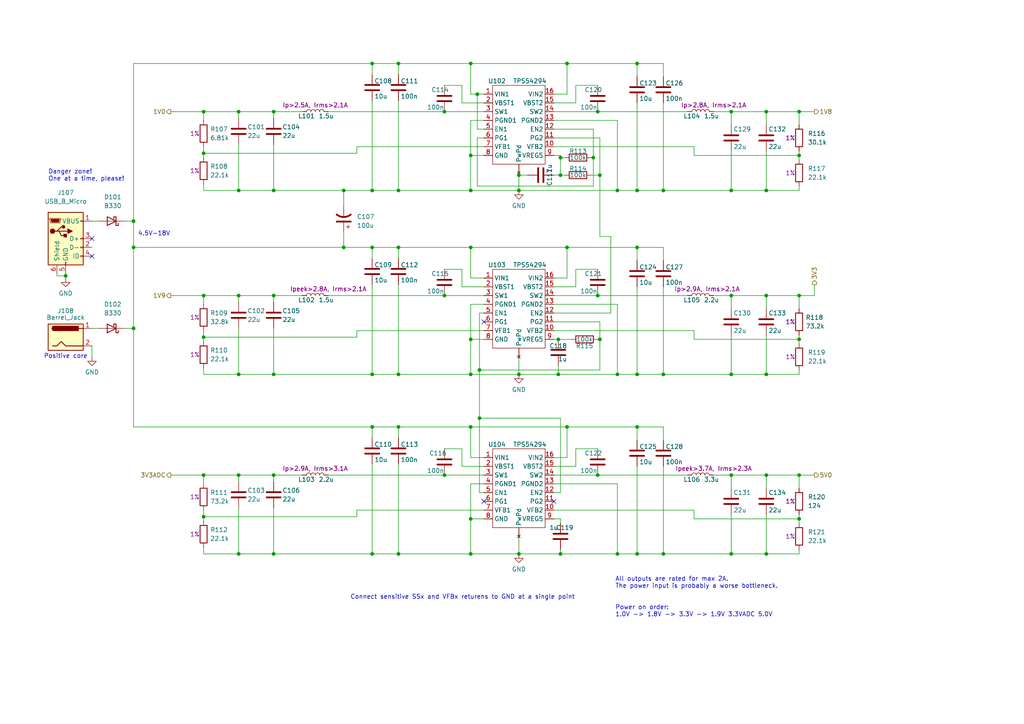
<source format=kicad_sch>
(kicad_sch (version 20211123) (generator eeschema)
  (paper "A4")
  (title_block (title "Power supply"))
  (lib_symbols
    (symbol "Connector:Barrel_Jack" (pin_names (offset 1.016))
      (property "Reference" "J" (at 0 5.334 0))
      (property "Value" "Barrel_Jack" (at 0 -5.08 0))
      (symbol "Barrel_Jack_0_1"
        (rectangle (start -5.08 3.81) (end 5.08 -3.81) (stroke (width 0.254)) (fill (type background)))
        (arc (start -3.302 3.175) (mid -3.937 2.54) (end -3.302 1.905) (stroke (width 0.254)))
        (arc (start -3.302 3.175) (mid -3.937 2.54) (end -3.302 1.905) (stroke (width 0.254)) (fill (type outline)))
        (polyline (pts (xy 5.08 2.54) (xy 3.81 2.54)) (stroke (width 0.254)))
        (polyline (pts (xy -3.81 -2.54) (xy -2.54 -2.54) (xy -1.27 -1.27) (xy 0 -2.54) (xy 2.54 -2.54) (xy 5.08 -2.54)) (stroke (width 0.254)))
        (rectangle (start 3.683 3.175) (end -3.302 1.905) (stroke (width 0.254)) (fill (type outline)))
      )
      (symbol "Barrel_Jack_1_1"
        (pin passive line (at 7.62 2.54 180) (length 2.54) (name "~") (number "1"))
        (pin passive line (at 7.62 -2.54 180) (length 2.54) (name "~") (number "2"))
      )
    )
    (symbol "Connector:USB_B_Micro" (pin_names (offset 1.016))
      (property "Reference" "J" (at -5.08 11.43 0))
      (property "Value" "USB_B_Micro" (at -5.08 8.89 0))
      (symbol "USB_B_Micro_0_1"
        (rectangle (start -5.08 -7.62) (end 5.08 7.62) (stroke (width 0.254)) (fill (type background)))
        (circle (center -3.81 2.159) (radius 0.635) (stroke (width 0.254)) (fill (type outline)))
        (circle (center -0.635 3.429) (radius 0.381) (stroke (width 0.254)) (fill (type outline)))
        (rectangle (start -0.127 -7.62) (end 0.127 -6.858))
        (polyline (pts (xy -1.905 2.159) (xy 0.635 2.159)) (stroke (width 0.254)))
        (polyline (pts (xy -3.175 2.159) (xy -2.54 2.159) (xy -1.27 3.429) (xy -0.635 3.429)) (stroke (width 0.254)))
        (polyline (pts (xy -2.54 2.159) (xy -1.905 2.159) (xy -1.27 0.889) (xy 0 0.889)) (stroke (width 0.254)))
        (polyline (pts (xy 0.635 2.794) (xy 0.635 1.524) (xy 1.905 2.159) (xy 0.635 2.794)) (stroke (width 0.254)) (fill (type outline)))
        (polyline (pts (xy -4.318 5.588) (xy -1.778 5.588) (xy -2.032 4.826) (xy -4.064 4.826) (xy -4.318 5.588)) (fill (type outline)))
        (polyline (pts (xy -4.699 5.842) (xy -4.699 5.588) (xy -4.445 4.826) (xy -4.445 4.572) (xy -1.651 4.572) (xy -1.651 4.826) (xy -1.397 5.588) (xy -1.397 5.842) (xy -4.699 5.842)))
        (rectangle (start 0.254 1.27) (end -0.508 0.508) (stroke (width 0.254)) (fill (type outline)))
        (rectangle (start 5.08 -5.207) (end 4.318 -4.953))
        (rectangle (start 5.08 -2.667) (end 4.318 -2.413))
        (rectangle (start 5.08 -0.127) (end 4.318 0.127))
        (rectangle (start 5.08 4.953) (end 4.318 5.207))
      )
      (symbol "USB_B_Micro_1_1"
        (pin power_out line (at 7.62 5.08 180) (length 2.54) (name "VBUS") (number "1"))
        (pin bidirectional line (at 7.62 -2.54 180) (length 2.54) (name "D-") (number "2"))
        (pin bidirectional line (at 7.62 0 180) (length 2.54) (name "D+") (number "3"))
        (pin passive line (at 7.62 -5.08 180) (length 2.54) (name "ID") (number "4"))
        (pin power_out line (at 0 -10.16 90) (length 2.54) (name "GND") (number "5"))
        (pin passive line (at -2.54 -10.16 90) (length 2.54) (name "Shield") (number "6"))
      )
    )
    (symbol "Device:C" (pin_numbers hide) (pin_names (offset 0.254))
      (property "Reference" "C" (at 0.635 2.54 0))
      (property "Value" "C" (at 0.635 -2.54 0))
      (symbol "C_0_1"
        (polyline (pts (xy -2.032 -0.762) (xy 2.032 -0.762)) (stroke (width 0.508)))
        (polyline (pts (xy -2.032 0.762) (xy 2.032 0.762)) (stroke (width 0.508)))
      )
      (symbol "C_1_1"
        (pin passive line (at 0 3.81 270) (length 2.794) (name "~") (number "1"))
        (pin passive line (at 0 -3.81 90) (length 2.794) (name "~") (number "2"))
      )
    )
    (symbol "Device:C_Polarized_US" (pin_numbers hide) (pin_names (offset 0.254) hide)
      (property "Reference" "C" (at 0.635 2.54 0))
      (property "Value" "C_Polarized_US" (at 0.635 -2.54 0))
      (symbol "C_Polarized_US_0_1"
        (polyline (pts (xy -2.032 0.762) (xy 2.032 0.762)) (stroke (width 0.508)))
        (polyline (pts (xy -1.778 2.286) (xy -0.762 2.286)))
        (polyline (pts (xy -1.27 1.778) (xy -1.27 2.794)))
        (arc (start 2.032 -1.27) (mid 0 -0.5572) (end -2.032 -1.27) (stroke (width 0.508)))
      )
      (symbol "C_Polarized_US_1_1"
        (pin passive line (at 0 3.81 270) (length 2.794) (name "~") (number "1"))
        (pin passive line (at 0 -3.81 90) (length 3.302) (name "~") (number "2"))
      )
    )
    (symbol "Device:L" (pin_numbers hide) (pin_names (offset 1.016) hide)
      (property "Reference" "L" (at -1.27 0 90))
      (property "Value" "L" (at 1.905 0 90))
      (symbol "L_0_1"
        (arc (start 0 -2.54) (mid 0.635 -1.905) (end 0 -1.27))
        (arc (start 0 -1.27) (mid 0.635 -0.635) (end 0 0))
        (arc (start 0 0) (mid 0.635 0.635) (end 0 1.27))
        (arc (start 0 1.27) (mid 0.635 1.905) (end 0 2.54))
      )
      (symbol "L_1_1"
        (pin passive line (at 0 3.81 270) (length 1.27) (name "1") (number "1"))
        (pin passive line (at 0 -3.81 90) (length 1.27) (name "2") (number "2"))
      )
    )
    (symbol "Device:R" (pin_numbers hide) (pin_names (offset 0))
      (property "Reference" "R" (at 2.032 0 90))
      (property "Value" "R" (at 0 0 90))
      (symbol "R_0_1"
        (rectangle (start -1.016 -2.54) (end 1.016 2.54) (stroke (width 0.254)))
      )
      (symbol "R_1_1"
        (pin passive line (at 0 3.81 270) (length 1.27) (name "~") (number "1"))
        (pin passive line (at 0 -3.81 90) (length 1.27) (name "~") (number "2"))
      )
    )
    (symbol "Diode:B330" (pin_numbers hide) (pin_names (offset 1.016) hide)
      (property "Reference" "D" (at 0 2.54 0))
      (property "Value" "B330" (at 0 -2.54 0))
      (symbol "B330_0_1"
        (polyline (pts (xy 1.27 0) (xy -1.27 0)))
        (polyline (pts (xy 1.27 1.27) (xy 1.27 -1.27) (xy -1.27 0) (xy 1.27 1.27)) (stroke (width 0.254)))
        (polyline (pts (xy -1.905 0.635) (xy -1.905 1.27) (xy -1.27 1.27) (xy -1.27 -1.27) (xy -0.635 -1.27) (xy -0.635 -0.635)) (stroke (width 0.254)))
      )
      (symbol "B330_1_1"
        (pin passive line (at -3.81 0 0) (length 2.54) (name "K") (number "1"))
        (pin passive line (at 3.81 0 180) (length 2.54) (name "A") (number "2"))
      )
    )
    (symbol "mcu_centrifuge_library:TPS54294"
      (property "Reference" "U2" (at -6.35 12.7 0))
      (property "Value" "TPS54294" (at 3.175 12.7 0))
      (symbol "TPS54294_0_1"
        (rectangle (start -7.62 11.43) (end 7.62 -11.43))
      )
      (symbol "TPS54294_1_1"
        (pin no_connect line (at 0 -13.97 90) (length 2.54) (name "PwPd") (number ""))
        (pin power_in line (at -10.16 8.89 0) (length 2.54) (name "VIN1") (number "1"))
        (pin input line (at 10.16 -6.35 180) (length 2.54) (name "VFB2") (number "10"))
        (pin output line (at 10.16 -3.81 180) (length 2.54) (name "PG2") (number "11"))
        (pin input line (at 10.16 -1.27 180) (length 2.54) (name "EN2") (number "12"))
        (pin power_in line (at 10.16 1.27 180) (length 2.54) (name "PGND2") (number "13"))
        (pin power_out line (at 10.16 3.81 180) (length 2.54) (name "SW2") (number "14"))
        (pin input line (at 10.16 6.35 180) (length 2.54) (name "VBST2") (number "15"))
        (pin power_in line (at 10.16 8.89 180) (length 2.54) (name "VIN2") (number "16"))
        (pin input line (at -10.16 6.35 0) (length 2.54) (name "VBST1") (number "2"))
        (pin power_out line (at -10.16 3.81 0) (length 2.54) (name "SW1") (number "3"))
        (pin power_in line (at -10.16 1.27 0) (length 2.54) (name "PGND1") (number "4"))
        (pin input line (at -10.16 -1.27 0) (length 2.54) (name "EN1") (number "5"))
        (pin output line (at -10.16 -3.81 0) (length 2.54) (name "PG1") (number "6"))
        (pin input line (at -10.16 -6.35 0) (length 2.54) (name "VFB1") (number "7"))
        (pin power_in line (at -10.16 -8.89 0) (length 2.54) (name "GND") (number "8"))
        (pin power_out line (at 10.16 -8.89 180) (length 2.54) (name "VREG5") (number "9"))
      )
    )
    (symbol "power:GND" (power) (pin_names (offset 0))
      (property "Value" "GND" (at 0 -3.81 0))
      (symbol "GND_0_1"
        (polyline (pts (xy 0 0) (xy 0 -1.27) (xy 1.27 -1.27) (xy 0 -2.54) (xy -1.27 -1.27) (xy 0 -1.27)))
      )
      (symbol "GND_1_1"
        (pin power_in line (at 0 0 270) (length 0) hide (name "GND") (number "1"))
      )
    )
  )
  (junction (at 115.57 160.655))
  (junction (at 222.25 55.245))
  (junction (at 115.57 71.755))
  (junction (at 107.95 18.415))
  (junction (at 99.695 71.755))
  (junction (at 231.775 32.385))
  (junction (at 212.09 137.795))
  (junction (at 115.57 123.825))
  (junction (at 179.07 108.585))
  (junction (at 192.405 160.655))
  (junction (at 59.055 97.79))
  (junction (at 79.375 108.585))
  (junction (at 69.215 108.585))
  (junction (at 136.525 150.495))
  (junction (at 212.09 108.585))
  (junction (at 173.355 32.385))
  (junction (at 192.405 108.585))
  (junction (at 79.375 85.725))
  (junction (at 115.57 18.415))
  (junction (at 161.925 98.425))
  (junction (at 231.775 150.495))
  (junction (at 59.055 137.795))
  (junction (at 107.95 55.245))
  (junction (at 231.775 85.725))
  (junction (at 138.43 27.305))
  (junction (at 162.56 50.8))
  (junction (at 222.25 85.725))
  (junction (at 136.525 45.085))
  (junction (at 231.775 98.425))
  (junction (at 150.495 50.8))
  (junction (at 162.56 160.655))
  (junction (at 107.95 123.825))
  (junction (at 136.525 160.655))
  (junction (at 59.055 44.45))
  (junction (at 107.95 71.755))
  (junction (at 99.695 55.245))
  (junction (at 79.375 160.655))
  (junction (at 222.25 137.795))
  (junction (at 38.735 64.135))
  (junction (at 179.07 160.655))
  (junction (at 79.375 32.385))
  (junction (at 59.055 85.725))
  (junction (at 184.785 71.755))
  (junction (at 161.925 108.585))
  (junction (at 136.525 55.245))
  (junction (at 184.785 55.245))
  (junction (at 128.905 85.725))
  (junction (at 59.055 32.385))
  (junction (at 222.25 108.585))
  (junction (at 115.57 108.585))
  (junction (at 150.495 55.245))
  (junction (at 184.785 123.825))
  (junction (at 107.95 108.585))
  (junction (at 59.055 149.86))
  (junction (at 212.09 160.655))
  (junction (at 162.56 45.72))
  (junction (at 173.99 98.425))
  (junction (at 139.065 121.285))
  (junction (at 38.735 95.25))
  (junction (at 184.785 18.415))
  (junction (at 79.375 55.245))
  (junction (at 19.05 80.01))
  (junction (at 38.735 71.755))
  (junction (at 150.495 108.585))
  (junction (at 115.57 55.245))
  (junction (at 231.775 137.795))
  (junction (at 69.215 85.725))
  (junction (at 128.905 32.385))
  (junction (at 136.525 108.585))
  (junction (at 69.215 55.245))
  (junction (at 136.525 18.415))
  (junction (at 69.215 160.655))
  (junction (at 136.525 123.825))
  (junction (at 164.465 71.755))
  (junction (at 136.525 98.425))
  (junction (at 173.355 137.795))
  (junction (at 79.375 137.795))
  (junction (at 212.09 55.245))
  (junction (at 69.215 137.795))
  (junction (at 69.215 32.385))
  (junction (at 192.405 55.245))
  (junction (at 222.25 32.385))
  (junction (at 184.785 108.585))
  (junction (at 222.25 160.655))
  (junction (at 212.09 85.725))
  (junction (at 184.785 160.655))
  (junction (at 150.495 160.655))
  (junction (at 179.07 55.245))
  (junction (at 136.525 71.755))
  (junction (at 173.99 50.8))
  (junction (at 139.065 107.315))
  (junction (at 172.085 45.72))
  (junction (at 212.09 32.385))
  (junction (at 164.465 18.415))
  (junction (at 128.905 137.795))
  (junction (at 164.465 123.825))
  (junction (at 107.95 160.655))
  (junction (at 231.775 45.085))
  (junction (at 173.355 85.725))
  (no_connect (at 26.67 74.295))
  (no_connect (at 26.67 69.215))
  (no_connect (at 140.335 93.345))
  (no_connect (at 140.335 145.415))
  (no_connect (at 160.655 145.415))
  (wire (pts (xy 59.055 160.655) (xy 69.215 160.655)))
  (wire (pts (xy 231.775 85.725) (xy 236.22 85.725)))
  (wire (pts (xy 38.735 95.25) (xy 38.735 123.825)))
  (wire (pts (xy 231.775 32.385) (xy 236.22 32.385)))
  (wire (pts (xy 79.375 55.245) (xy 99.695 55.245)))
  (wire (pts (xy 222.25 137.795) (xy 222.25 141.605)))
  (wire (pts (xy 173.99 40.005) (xy 173.99 50.8)))
  (wire (pts (xy 231.775 85.725) (xy 231.775 89.535)))
  (wire (pts (xy 192.405 108.585) (xy 184.785 108.585)))
  (wire (pts (xy 69.215 87.63) (xy 69.215 85.725)))
  (wire (pts (xy 160.655 27.305) (xy 164.465 27.305)))
  (wire (pts (xy 49.53 85.725) (xy 59.055 85.725)))
  (wire (pts (xy 107.95 160.655) (xy 115.57 160.655)))
  (wire (pts (xy 140.335 98.425) (xy 136.525 98.425)))
  (wire (pts (xy 201.295 98.425) (xy 231.775 98.425)))
  (wire (pts (xy 103.505 95.885) (xy 140.335 95.885)))
  (wire (pts (xy 173.355 137.795) (xy 199.39 137.795)))
  (wire (pts (xy 38.735 64.135) (xy 38.735 71.755)))
  (wire (pts (xy 212.09 108.585) (xy 192.405 108.585)))
  (wire (pts (xy 184.785 160.655) (xy 179.07 160.655)))
  (wire (pts (xy 107.95 71.755) (xy 115.57 71.755)))
  (wire (pts (xy 162.56 45.72) (xy 162.56 50.8)))
  (wire (pts (xy 69.215 108.585) (xy 79.375 108.585)))
  (wire (pts (xy 59.055 137.795) (xy 69.215 137.795)))
  (wire (pts (xy 115.57 82.55) (xy 115.57 108.585)))
  (wire (pts (xy 201.295 95.885) (xy 201.295 98.425)))
  (wire (pts (xy 192.405 55.245) (xy 184.785 55.245)))
  (wire (pts (xy 79.375 85.725) (xy 87.63 85.725)))
  (wire (pts (xy 236.22 82.55) (xy 236.22 85.725)))
  (wire (pts (xy 115.57 71.755) (xy 115.57 74.93)))
  (wire (pts (xy 136.525 150.495) (xy 136.525 160.655)))
  (wire (pts (xy 150.495 55.245) (xy 179.07 55.245)))
  (wire (pts (xy 95.25 137.795) (xy 128.905 137.795)))
  (wire (pts (xy 150.495 50.8) (xy 153.035 50.8)))
  (wire (pts (xy 79.375 34.29) (xy 79.375 32.385)))
  (wire (pts (xy 212.09 85.725) (xy 222.25 85.725)))
  (wire (pts (xy 184.785 71.755) (xy 192.405 71.755)))
  (wire (pts (xy 222.25 108.585) (xy 231.775 108.585)))
  (wire (pts (xy 107.95 108.585) (xy 115.57 108.585)))
  (wire (pts (xy 184.785 18.415) (xy 184.785 22.225)))
  (wire (pts (xy 59.055 53.34) (xy 59.055 55.245)))
  (wire (pts (xy 59.055 147.955) (xy 59.055 149.86)))
  (wire (pts (xy 79.375 55.245) (xy 79.375 41.91)))
  (wire (pts (xy 138.43 37.465) (xy 138.43 27.305)))
  (wire (pts (xy 160.655 34.925) (xy 179.07 34.925)))
  (wire (pts (xy 173.99 50.8) (xy 173.99 68.58)))
  (wire (pts (xy 184.785 108.585) (xy 179.07 108.585)))
  (wire (pts (xy 160.655 29.845) (xy 167.005 29.845)))
  (wire (pts (xy 167.005 29.845) (xy 167.005 24.765)))
  (wire (pts (xy 160.655 45.085) (xy 162.56 45.085)))
  (wire (pts (xy 222.25 160.655) (xy 231.775 160.655)))
  (wire (pts (xy 212.09 137.795) (xy 222.25 137.795)))
  (wire (pts (xy 164.465 71.755) (xy 184.785 71.755)))
  (wire (pts (xy 38.735 71.755) (xy 99.695 71.755)))
  (wire (pts (xy 212.09 32.385) (xy 212.09 36.195)))
  (wire (pts (xy 128.905 85.725) (xy 140.335 85.725)))
  (wire (pts (xy 231.775 45.085) (xy 231.775 46.355)))
  (wire (pts (xy 231.775 150.495) (xy 231.775 151.765)))
  (wire (pts (xy 136.525 71.755) (xy 164.465 71.755)))
  (wire (pts (xy 115.57 18.415) (xy 115.57 21.59)))
  (wire (pts (xy 69.215 160.655) (xy 79.375 160.655)))
  (wire (pts (xy 160.655 93.345) (xy 173.99 93.345)))
  (wire (pts (xy 69.215 137.795) (xy 79.375 137.795)))
  (wire (pts (xy 231.775 36.195) (xy 231.775 32.385)))
  (wire (pts (xy 140.335 88.265) (xy 136.525 88.265)))
  (wire (pts (xy 136.525 88.265) (xy 136.525 98.425)))
  (wire (pts (xy 179.07 88.265) (xy 179.07 108.585)))
  (wire (pts (xy 136.525 98.425) (xy 136.525 108.585)))
  (wire (pts (xy 136.525 123.825) (xy 164.465 123.825)))
  (wire (pts (xy 222.25 43.815) (xy 222.25 55.245)))
  (wire (pts (xy 139.065 107.315) (xy 139.065 121.285)))
  (wire (pts (xy 172.085 37.465) (xy 172.085 45.72)))
  (wire (pts (xy 150.495 108.585) (xy 161.925 108.585)))
  (wire (pts (xy 136.525 140.335) (xy 136.525 150.495)))
  (wire (pts (xy 138.43 53.975) (xy 172.085 53.975)))
  (wire (pts (xy 201.295 147.955) (xy 201.295 150.495)))
  (wire (pts (xy 160.655 150.495) (xy 162.56 150.495)))
  (wire (pts (xy 19.05 79.375) (xy 19.05 80.01)))
  (wire (pts (xy 160.655 137.795) (xy 173.355 137.795)))
  (wire (pts (xy 69.215 55.245) (xy 79.375 55.245)))
  (wire (pts (xy 79.375 32.385) (xy 87.63 32.385)))
  (wire (pts (xy 79.375 137.795) (xy 87.63 137.795)))
  (wire (pts (xy 160.655 98.425) (xy 161.925 98.425)))
  (wire (pts (xy 231.775 137.795) (xy 236.22 137.795)))
  (wire (pts (xy 16.51 79.375) (xy 16.51 80.01)))
  (wire (pts (xy 160.655 95.885) (xy 201.295 95.885)))
  (wire (pts (xy 160.655 32.385) (xy 173.355 32.385)))
  (wire (pts (xy 150.495 50.165) (xy 150.495 50.8)))
  (wire (pts (xy 167.005 83.185) (xy 167.005 78.105)))
  (wire (pts (xy 107.95 29.21) (xy 107.95 55.245)))
  (wire (pts (xy 59.055 106.68) (xy 59.055 108.585)))
  (wire (pts (xy 136.525 108.585) (xy 150.495 108.585)))
  (wire (pts (xy 136.525 55.245) (xy 150.495 55.245)))
  (wire (pts (xy 103.505 97.79) (xy 59.055 97.79)))
  (wire (pts (xy 103.505 149.86) (xy 59.055 149.86)))
  (wire (pts (xy 26.67 95.25) (xy 28.575 95.25)))
  (wire (pts (xy 69.215 34.29) (xy 69.215 32.385)))
  (wire (pts (xy 164.465 27.305) (xy 164.465 18.415)))
  (wire (pts (xy 136.525 27.305) (xy 136.525 18.415)))
  (wire (pts (xy 231.775 98.425) (xy 231.775 99.695)))
  (wire (pts (xy 160.655 132.715) (xy 164.465 132.715)))
  (wire (pts (xy 164.465 132.715) (xy 164.465 123.825)))
  (wire (pts (xy 103.505 147.955) (xy 140.335 147.955)))
  (wire (pts (xy 160.655 88.265) (xy 179.07 88.265)))
  (wire (pts (xy 173.99 98.425) (xy 173.355 98.425)))
  (wire (pts (xy 184.785 123.825) (xy 192.405 123.825)))
  (wire (pts (xy 173.99 93.345) (xy 173.99 98.425)))
  (wire (pts (xy 107.95 55.245) (xy 115.57 55.245)))
  (wire (pts (xy 162.56 50.8) (xy 163.83 50.8)))
  (wire (pts (xy 59.055 158.75) (xy 59.055 160.655)))
  (wire (pts (xy 160.655 83.185) (xy 167.005 83.185)))
  (wire (pts (xy 133.985 83.185) (xy 133.985 78.105)))
  (wire (pts (xy 136.525 132.715) (xy 136.525 123.825)))
  (wire (pts (xy 162.56 159.385) (xy 162.56 160.655)))
  (wire (pts (xy 79.375 108.585) (xy 107.95 108.585)))
  (wire (pts (xy 160.655 42.545) (xy 201.295 42.545)))
  (wire (pts (xy 133.985 29.845) (xy 133.985 24.765)))
  (wire (pts (xy 231.775 159.385) (xy 231.775 160.655)))
  (wire (pts (xy 59.055 95.885) (xy 59.055 97.79)))
  (wire (pts (xy 69.215 147.32) (xy 69.215 160.655)))
  (wire (pts (xy 162.56 121.285) (xy 139.065 121.285)))
  (wire (pts (xy 69.215 85.725) (xy 79.375 85.725)))
  (wire (pts (xy 133.985 130.175) (xy 128.905 130.175)))
  (wire (pts (xy 160.655 147.955) (xy 201.295 147.955)))
  (wire (pts (xy 173.355 85.725) (xy 199.39 85.725)))
  (wire (pts (xy 38.735 123.825) (xy 107.95 123.825)))
  (wire (pts (xy 107.95 82.55) (xy 107.95 108.585)))
  (wire (pts (xy 179.07 140.335) (xy 179.07 160.655)))
  (wire (pts (xy 138.43 27.305) (xy 136.525 27.305)))
  (wire (pts (xy 172.085 45.72) (xy 171.45 45.72)))
  (wire (pts (xy 167.005 78.105) (xy 173.355 78.105)))
  (wire (pts (xy 161.925 106.045) (xy 161.925 108.585)))
  (wire (pts (xy 171.45 50.8) (xy 173.99 50.8)))
  (wire (pts (xy 136.525 45.085) (xy 136.525 55.245)))
  (wire (pts (xy 26.67 64.135) (xy 28.575 64.135)))
  (wire (pts (xy 184.785 29.845) (xy 184.785 55.245)))
  (wire (pts (xy 136.525 18.415) (xy 164.465 18.415)))
  (wire (pts (xy 201.295 150.495) (xy 231.775 150.495)))
  (wire (pts (xy 184.785 83.185) (xy 184.785 108.585)))
  (wire (pts (xy 222.25 85.725) (xy 231.775 85.725)))
  (wire (pts (xy 167.005 135.255) (xy 167.005 130.175)))
  (wire (pts (xy 212.09 160.655) (xy 192.405 160.655)))
  (wire (pts (xy 212.09 149.225) (xy 212.09 160.655)))
  (wire (pts (xy 103.505 42.545) (xy 140.335 42.545)))
  (wire (pts (xy 38.735 18.415) (xy 107.95 18.415)))
  (wire (pts (xy 160.655 80.645) (xy 164.465 80.645)))
  (wire (pts (xy 231.775 43.815) (xy 231.775 45.085)))
  (wire (pts (xy 59.055 34.925) (xy 59.055 32.385)))
  (wire (pts (xy 95.25 32.385) (xy 128.905 32.385)))
  (wire (pts (xy 140.335 34.925) (xy 136.525 34.925)))
  (wire (pts (xy 231.775 53.975) (xy 231.775 55.245)))
  (wire (pts (xy 59.055 32.385) (xy 69.215 32.385)))
  (wire (pts (xy 59.055 55.245) (xy 69.215 55.245)))
  (wire (pts (xy 136.525 80.645) (xy 140.335 80.645)))
  (wire (pts (xy 212.09 32.385) (xy 222.25 32.385)))
  (wire (pts (xy 140.335 27.305) (xy 138.43 27.305)))
  (wire (pts (xy 161.925 98.425) (xy 165.735 98.425)))
  (wire (pts (xy 162.56 45.72) (xy 162.56 45.085)))
  (wire (pts (xy 79.375 108.585) (xy 79.375 95.25)))
  (wire (pts (xy 139.065 107.315) (xy 173.99 107.315)))
  (wire (pts (xy 162.56 160.655) (xy 179.07 160.655)))
  (wire (pts (xy 79.375 160.655) (xy 107.95 160.655)))
  (wire (pts (xy 107.95 18.415) (xy 115.57 18.415)))
  (wire (pts (xy 136.525 160.655) (xy 150.495 160.655)))
  (wire (pts (xy 162.56 45.72) (xy 163.83 45.72)))
  (wire (pts (xy 139.065 121.285) (xy 139.065 142.875)))
  (wire (pts (xy 201.295 42.545) (xy 201.295 45.085)))
  (wire (pts (xy 167.005 24.765) (xy 173.355 24.765)))
  (wire (pts (xy 26.67 100.33) (xy 26.67 103.505)))
  (wire (pts (xy 99.695 55.245) (xy 107.95 55.245)))
  (wire (pts (xy 192.405 160.655) (xy 184.785 160.655)))
  (wire (pts (xy 222.25 85.725) (xy 222.25 89.535)))
  (wire (pts (xy 172.085 37.465) (xy 160.655 37.465)))
  (wire (pts (xy 207.01 32.385) (xy 212.09 32.385)))
  (wire (pts (xy 173.355 32.385) (xy 199.39 32.385)))
  (wire (pts (xy 212.09 97.155) (xy 212.09 108.585)))
  (wire (pts (xy 231.775 97.155) (xy 231.775 98.425)))
  (wire (pts (xy 172.085 45.72) (xy 172.085 53.975)))
  (wire (pts (xy 36.195 64.135) (xy 38.735 64.135)))
  (wire (pts (xy 222.25 55.245) (xy 231.775 55.245)))
  (wire (pts (xy 160.655 140.335) (xy 179.07 140.335)))
  (wire (pts (xy 184.785 123.825) (xy 184.785 127.635)))
  (wire (pts (xy 139.065 142.875) (xy 140.335 142.875)))
  (wire (pts (xy 59.055 85.725) (xy 69.215 85.725)))
  (wire (pts (xy 139.065 90.805) (xy 139.065 107.315)))
  (wire (pts (xy 59.055 88.265) (xy 59.055 85.725)))
  (wire (pts (xy 139.065 90.805) (xy 140.335 90.805)))
  (wire (pts (xy 128.905 32.385) (xy 140.335 32.385)))
  (wire (pts (xy 59.055 44.45) (xy 59.055 45.72)))
  (wire (pts (xy 115.57 123.825) (xy 115.57 127)))
  (wire (pts (xy 140.335 150.495) (xy 136.525 150.495)))
  (wire (pts (xy 192.405 123.825) (xy 192.405 127.635)))
  (wire (pts (xy 160.655 40.005) (xy 173.99 40.005)))
  (wire (pts (xy 140.335 45.085) (xy 136.525 45.085)))
  (wire (pts (xy 69.215 139.7) (xy 69.215 137.795)))
  (wire (pts (xy 140.335 83.185) (xy 133.985 83.185)))
  (wire (pts (xy 222.25 108.585) (xy 212.09 108.585)))
  (wire (pts (xy 103.505 95.885) (xy 103.505 97.79)))
  (wire (pts (xy 107.95 71.755) (xy 107.95 74.93)))
  (wire (pts (xy 201.295 45.085) (xy 231.775 45.085)))
  (wire (pts (xy 212.09 43.815) (xy 212.09 55.245)))
  (wire (pts (xy 161.925 108.585) (xy 179.07 108.585)))
  (wire (pts (xy 150.495 160.655) (xy 162.56 160.655)))
  (wire (pts (xy 140.335 37.465) (xy 138.43 37.465)))
  (wire (pts (xy 150.495 103.505) (xy 150.495 108.585)))
  (wire (pts (xy 128.905 137.795) (xy 140.335 137.795)))
  (wire (pts (xy 164.465 80.645) (xy 164.465 71.755)))
  (wire (pts (xy 212.09 55.245) (xy 192.405 55.245)))
  (wire (pts (xy 69.215 32.385) (xy 79.375 32.385)))
  (wire (pts (xy 140.335 29.845) (xy 133.985 29.845)))
  (wire (pts (xy 103.505 44.45) (xy 59.055 44.45)))
  (wire (pts (xy 16.51 80.01) (xy 19.05 80.01)))
  (wire (pts (xy 140.335 40.005) (xy 138.43 40.005)))
  (wire (pts (xy 222.25 137.795) (xy 231.775 137.795)))
  (wire (pts (xy 133.985 78.105) (xy 128.905 78.105)))
  (wire (pts (xy 222.25 149.225) (xy 222.25 160.655)))
  (wire (pts (xy 69.215 95.25) (xy 69.215 108.585)))
  (wire (pts (xy 95.25 85.725) (xy 128.905 85.725)))
  (wire (pts (xy 177.165 90.805) (xy 160.655 90.805)))
  (wire (pts (xy 115.57 29.21) (xy 115.57 55.245)))
  (wire (pts (xy 38.735 71.755) (xy 38.735 95.25)))
  (wire (pts (xy 140.335 135.255) (xy 133.985 135.255)))
  (wire (pts (xy 177.165 68.58) (xy 177.165 90.805)))
  (wire (pts (xy 99.695 55.245) (xy 99.695 59.69)))
  (wire (pts (xy 107.95 123.825) (xy 107.95 127)))
  (wire (pts (xy 79.375 87.63) (xy 79.375 85.725)))
  (wire (pts (xy 99.695 71.755) (xy 107.95 71.755)))
  (wire (pts (xy 184.785 18.415) (xy 192.405 18.415)))
  (wire (pts (xy 231.775 107.315) (xy 231.775 108.585)))
  (wire (pts (xy 222.25 97.155) (xy 222.25 108.585)))
  (wire (pts (xy 115.57 123.825) (xy 136.525 123.825)))
  (wire (pts (xy 59.055 140.335) (xy 59.055 137.795)))
  (wire (pts (xy 207.01 137.795) (xy 212.09 137.795)))
  (wire (pts (xy 69.215 41.91) (xy 69.215 55.245)))
  (wire (pts (xy 138.43 40.005) (xy 138.43 53.975)))
  (wire (pts (xy 162.56 150.495) (xy 162.56 151.765)))
  (wire (pts (xy 99.695 67.31) (xy 99.695 71.755)))
  (wire (pts (xy 79.375 160.655) (xy 79.375 147.32)))
  (wire (pts (xy 59.055 42.545) (xy 59.055 44.45)))
  (wire (pts (xy 192.405 135.255) (xy 192.405 160.655)))
  (wire (pts (xy 36.195 95.25) (xy 38.735 95.25)))
  (wire (pts (xy 150.495 155.575) (xy 150.495 160.655)))
  (wire (pts (xy 107.95 18.415) (xy 107.95 21.59)))
  (wire (pts (xy 136.525 80.645) (xy 136.525 71.755)))
  (wire (pts (xy 222.25 32.385) (xy 222.25 36.195)))
  (wire (pts (xy 231.775 149.225) (xy 231.775 150.495)))
  (wire (pts (xy 38.735 18.415) (xy 38.735 64.135)))
  (wire (pts (xy 184.785 55.245) (xy 179.07 55.245)))
  (wire (pts (xy 115.57 18.415) (xy 136.525 18.415)))
  (wire (pts (xy 49.53 32.385) (xy 59.055 32.385)))
  (wire (pts (xy 140.335 140.335) (xy 136.525 140.335)))
  (wire (pts (xy 107.95 123.825) (xy 115.57 123.825)))
  (wire (pts (xy 133.985 24.765) (xy 128.905 24.765)))
  (wire (pts (xy 115.57 71.755) (xy 136.525 71.755)))
  (wire (pts (xy 184.785 71.755) (xy 184.785 75.565)))
  (wire (pts (xy 212.09 137.795) (xy 212.09 141.605)))
  (wire (pts (xy 222.25 55.245) (xy 212.09 55.245)))
  (wire (pts (xy 222.25 160.655) (xy 212.09 160.655)))
  (wire (pts (xy 164.465 18.415) (xy 184.785 18.415)))
  (wire (pts (xy 207.01 85.725) (xy 212.09 85.725)))
  (wire (pts (xy 160.655 85.725) (xy 173.355 85.725)))
  (wire (pts (xy 192.405 83.185) (xy 192.405 108.585)))
  (wire (pts (xy 222.25 32.385) (xy 231.775 32.385)))
  (wire (pts (xy 115.57 55.245) (xy 136.525 55.245)))
  (wire (pts (xy 160.655 142.875) (xy 162.56 142.875)))
  (wire (pts (xy 107.95 134.62) (xy 107.95 160.655)))
  (wire (pts (xy 212.09 85.725) (xy 212.09 89.535)))
  (wire (pts (xy 173.99 68.58) (xy 177.165 68.58)))
  (wire (pts (xy 49.53 137.795) (xy 59.055 137.795)))
  (wire (pts (xy 162.56 142.875) (xy 162.56 121.285)))
  (wire (pts (xy 136.525 34.925) (xy 136.525 45.085)))
  (wire (pts (xy 167.005 130.175) (xy 173.355 130.175)))
  (wire (pts (xy 192.405 29.845) (xy 192.405 55.245)))
  (wire (pts (xy 136.525 132.715) (xy 140.335 132.715)))
  (wire (pts (xy 103.505 42.545) (xy 103.505 44.45)))
  (wire (pts (xy 173.99 98.425) (xy 173.99 107.315)))
  (wire (pts (xy 115.57 108.585) (xy 136.525 108.585)))
  (wire (pts (xy 192.405 71.755) (xy 192.405 75.565)))
  (wire (pts (xy 150.495 50.8) (xy 150.495 55.245)))
  (wire (pts (xy 184.785 135.255) (xy 184.785 160.655)))
  (wire (pts (xy 103.505 147.955) (xy 103.505 149.86)))
  (wire (pts (xy 133.985 135.255) (xy 133.985 130.175)))
  (wire (pts (xy 192.405 18.415) (xy 192.405 22.225)))
  (wire (pts (xy 59.055 97.79) (xy 59.055 99.06)))
  (wire (pts (xy 160.655 50.8) (xy 162.56 50.8)))
  (wire (pts (xy 115.57 134.62) (xy 115.57 160.655)))
  (wire (pts (xy 59.055 108.585) (xy 69.215 108.585)))
  (wire (pts (xy 59.055 149.86) (xy 59.055 151.13)))
  (wire (pts (xy 79.375 139.7) (xy 79.375 137.795)))
  (wire (pts (xy 19.05 80.01) (xy 19.05 80.645)))
  (wire (pts (xy 231.775 141.605) (xy 231.775 137.795)))
  (wire (pts (xy 164.465 123.825) (xy 184.785 123.825)))
  (wire (pts (xy 160.655 135.255) (xy 167.005 135.255)))
  (wire (pts (xy 115.57 160.655) (xy 136.525 160.655)))
  (wire (pts (xy 179.07 34.925) (xy 179.07 55.245)))
  (text "Power on order:\n1.0V -> 1.8V -> 3.3V -> 1.9V 3.3VADC 5.0V" (at 178.435 179.07 0) (effects (font (size 1.27 1.27)) (justify left bottom)))
  (text "All outputs are rated for max 2A.\nThe power input is probably a worse bottleneck." (at 178.435 170.815 0) (effects (font (size 1.27 1.27)) (justify left bottom)))
  (text "Connect sensitive SSx and VFBx returens to GND at a single point" (at 101.6 173.99 0) (effects (font (size 1.27 1.27)) (justify left bottom)))
  (text "4.5V-18V" (at 40.005 68.58 0) (effects (font (size 1.27 1.27)) (justify left bottom)))
  (text "Positive core" (at 12.7 104.14 0) (effects (font (size 1.27 1.27)) (justify left bottom)))
  (text "Danger zone!\nOne at a time, please!" (at 13.97 52.705 0) (effects (font (size 1.27 1.27)) (justify left bottom)))
  (hierarchical_label "1V8" (shape output) (at 236.22 32.385 0))
  (hierarchical_label "1V9" (shape output) (at 49.53 85.725 180))
  (hierarchical_label "3V3" (shape output) (at 236.22 82.55 90))
  (hierarchical_label "5V0" (shape output) (at 236.22 137.795 0))
  (hierarchical_label "3V3ADC" (shape output) (at 49.53 137.795 180))
  (hierarchical_label "1V0" (shape output) (at 49.53 32.385 180))
  (symbol (lib_id "Device:C") (at 115.57 130.81 0) (unit 1)
    (property "Reference" "C113" (at 116.205 128.905 0) (effects (justify left)))
    (property "Value" "100n" (at 116.205 133.35 0) (effects (justify left)))
    (property "Footprint" "Capacitor_SMD:C_1206_3216Metric_Pad1.33x1.80mm_HandSolder" (effects hide))
    (property "Purchase" "https://www.digikey.no/no/products/detail/walsin-technology-corporation/1206B104K250CT/9355100" (effects hide))
  )
  (symbol (lib_id "Device:R") (at 59.055 102.87 0) (unit 1)
    (property "Reference" "R110" (at 60.96 101.6 0) (effects (justify left)))
    (property "Value" "22.1k" (at 60.96 104.14 0) (effects (justify left)))
    (property "Threshold" "1%" (at 56.515 102.87 0))
  )
  (symbol (lib_id "Device:C") (at 69.215 91.44 0) (unit 1)
    (property "Reference" "C102" (at 71.755 90.17 0) (effects (justify left)))
    (property "Value" "22u" (at 71.755 92.71 0) (effects (justify left)))
    (property "Footprint" "Capacitor_SMD:C_1206_3216Metric_Pad1.33x1.80mm_HandSolder" (effects hide))
    (property "Purchase" "https://www.digikey.no/no/products/detail/samsung-electro-mechanics/CL31B226KQHNNNE/3888804" (effects hide))
  )
  (symbol (lib_id "power:GND") (at 26.67 103.505 0) (unit 1)
    (property "Reference" "#PWR0119" (effects hide))
    (property "Value" "GND" (at 26.67 107.95 0))
  )
  (symbol (lib_id "Device:R") (at 167.64 45.72 90) (unit 1)
    (property "Reference" "R113" (at 167.64 43.815 90))
    (property "Value" "100k" (at 167.64 45.72 90))
  )
  (symbol (lib_id "Device:L") (at 91.44 137.795 90) (unit 1)
    (property "Reference" "L103" (at 88.9 139.065 90))
    (property "Value" "2.2u" (at 94.615 139.065 90))
    (property "Tolerance" "Ip>2.9A, Irms>3.1A" (at 91.44 135.89 90))
  )
  (symbol (lib_id "Device:C") (at 212.09 40.005 0) (unit 1)
    (property "Reference" "C129" (at 212.725 37.465 0) (effects (justify left)))
    (property "Value" "22u" (at 212.725 42.545 0) (effects (justify left)))
    (property "Footprint" "Capacitor_SMD:C_1206_3216Metric_Pad1.33x1.80mm_HandSolder" (effects hide))
    (property "Purchase" "https://www.digikey.no/no/products/detail/samsung-electro-mechanics/CL31B226KQHNNNE/3888804" (effects hide))
  )
  (symbol (lib_id "Device:R") (at 59.055 154.94 0) (unit 1)
    (property "Reference" "R112" (at 60.96 153.67 0) (effects (justify left)))
    (property "Value" "22.1k" (at 60.96 156.21 0) (effects (justify left)))
    (property "Threshold" "1%" (at 56.515 154.94 0))
  )
  (symbol (lib_id "Device:C") (at 115.57 78.74 0) (unit 1)
    (property "Reference" "C112" (at 116.205 76.835 0) (effects (justify left)))
    (property "Value" "100n" (at 116.205 81.28 0) (effects (justify left)))
    (property "Footprint" "Capacitor_SMD:C_1206_3216Metric_Pad1.33x1.80mm_HandSolder" (effects hide))
    (property "Purchase" "https://www.digikey.no/no/products/detail/walsin-technology-corporation/1206B104K250CT/9355100" (effects hide))
  )
  (symbol (lib_id "Device:C") (at 192.405 26.035 0) (unit 1)
    (property "Reference" "C126" (at 193.04 24.13 0) (effects (justify left)))
    (property "Value" "100n" (at 193.04 28.575 0) (effects (justify left)))
    (property "Footprint" "Capacitor_SMD:C_1206_3216Metric_Pad1.33x1.80mm_HandSolder" (effects hide))
    (property "Purchase" "https://www.digikey.no/no/products/detail/walsin-technology-corporation/1206B104K250CT/9355100" (effects hide))
  )
  (symbol (lib_id "power:GND") (at 150.495 55.245 0) (unit 1)
    (property "Reference" "#PWR0120" (effects hide))
    (property "Value" "GND" (at 150.495 59.69 0))
  )
  (symbol (lib_id "Device:R") (at 231.775 155.575 0) (unit 1)
    (property "Reference" "R121" (at 234.315 154.3049 0) (effects (justify left)))
    (property "Value" "22.1k" (at 234.315 156.8449 0) (effects (justify left)))
    (property "Tolerance" "1%" (at 229.235 155.575 0))
  )
  (symbol (lib_id "Device:C") (at 222.25 145.415 0) (unit 1)
    (property "Reference" "C134" (at 222.885 142.875 0) (effects (justify left)))
    (property "Value" "22u" (at 222.885 147.955 0) (effects (justify left)))
    (property "Footprint" "Capacitor_SMD:C_1206_3216Metric_Pad1.33x1.80mm_HandSolder" (effects hide))
    (property "Purchase" "https://www.digikey.no/no/products/detail/samsung-electro-mechanics/CL31B226KQHNNNE/3888804" (effects hide))
  )
  (symbol (lib_id "Device:R") (at 59.055 38.735 0) (unit 1)
    (property "Reference" "R107" (at 60.96 37.465 0) (effects (justify left)))
    (property "Value" "6.81k" (at 60.96 40.005 0) (effects (justify left)))
    (property "Threshold" "1%" (at 56.515 38.735 0))
  )
  (symbol (lib_id "Device:L") (at 203.2 85.725 90) (unit 1)
    (property "Reference" "L105" (at 200.66 86.995 90))
    (property "Value" "2.2u" (at 206.375 86.995 90))
    (property "Tolerance" "Ip>2.9A, Irms>2.1A" (at 205.105 83.82 90))
  )
  (symbol (lib_id "Device:R") (at 59.055 144.145 0) (unit 1)
    (property "Reference" "R111" (at 60.96 142.875 0) (effects (justify left)))
    (property "Value" "73.2k" (at 60.96 145.415 0) (effects (justify left)))
    (property "Threshold" "1%" (at 56.515 144.145 0))
  )
  (symbol (lib_id "Device:R") (at 231.775 145.415 0) (unit 1)
    (property "Reference" "R120" (at 234.315 144.1449 0) (effects (justify left)))
    (property "Value" "124" (at 234.315 146.6849 0) (effects (justify left)))
    (property "Tolerance" "1%" (at 229.235 145.415 0))
  )
  (symbol (lib_id "Device:C") (at 192.405 79.375 0) (unit 1)
    (property "Reference" "C127" (at 193.04 77.47 0) (effects (justify left)))
    (property "Value" "100n" (at 193.04 81.915 0) (effects (justify left)))
    (property "Footprint" "Capacitor_SMD:C_1206_3216Metric_Pad1.33x1.80mm_HandSolder" (effects hide))
    (property "Purchase" "https://www.digikey.no/no/products/detail/walsin-technology-corporation/1206B104K250CT/9355100" (effects hide))
  )
  (symbol (lib_id "Device:C") (at 222.25 93.345 0) (unit 1)
    (property "Reference" "C133" (at 222.885 90.805 0) (effects (justify left)))
    (property "Value" "22u" (at 222.885 95.885 0) (effects (justify left)))
    (property "Footprint" "Capacitor_SMD:C_1206_3216Metric_Pad1.33x1.80mm_HandSolder" (effects hide))
    (property "Purchase" "https://www.digikey.no/no/products/detail/samsung-electro-mechanics/CL31B226KQHNNNE/3888804" (effects hide))
  )
  (symbol (lib_id "power:GND") (at 150.495 160.655 0) (unit 1)
    (property "Reference" "#PWR0122" (effects hide))
    (property "Value" "GND" (at 150.495 165.1 0))
  )
  (symbol (lib_id "Device:R") (at 59.055 49.53 0) (unit 1)
    (property "Reference" "R108" (at 60.96 48.26 0) (effects (justify left)))
    (property "Value" "22.1k" (at 60.96 50.8 0) (effects (justify left)))
    (property "Threshold" "1%" (at 56.515 49.53 0))
  )
  (symbol (lib_id "Device:C") (at 161.925 102.235 180) (unit 1)
    (property "Reference" "C118" (at 164.465 100.33 0) (effects (justify left)))
    (property "Value" "1u" (at 164.465 104.14 0) (effects (justify left)))
    (property "Footprint" "Capacitor_SMD:C_0805_2012Metric_Pad1.18x1.45mm_HandSolder" (effects hide))
    (property "Purchase" "https://www.digikey.no/no/products/detail/kemet/C0805C105J4REC7800/8643700" (effects hide))
  )
  (symbol (lib_id "Device:C_Polarized_US") (at 99.695 63.5 180) (unit 1)
    (property "Reference" "C107" (at 103.505 62.8649 0) (effects (justify right)))
    (property "Value" "100u" (at 103.505 65.4049 0) (effects (justify right)))
    (property "Footprint" "Capacitor_THT:CP_Radial_D10.0mm_P5.00mm" (effects hide))
    (property "Purchase" "https://www.digikey.no/no/products/detail/panasonic-electronic-components/EEU-FC1H101/266332" (effects hide))
  )
  (symbol (lib_id "Diode:B330") (at 32.385 64.135 180) (unit 1)
    (property "Reference" "D101" (at 32.7025 57.15 0))
    (property "Value" "B330" (at 32.7025 59.69 0))
    (property "Footprint" "centrifuge_mcu:SMA (DO-214AC)" (effects hide))
    (property "Datasheet" "http://www.jameco.com/Jameco/Products/ProdDS/1538777.pdf" (effects hide))
    (property "Purchase" "https://www.digikey.no/no/products/detail/vishay-general-semiconductor-diodes-division/B330LA-E3-61T/2149678" (effects hide))
  )
  (symbol (lib_id "mcu_centrifuge_library:TPS54294") (at 150.495 89.535 0) (unit 1)
    (property "Reference" "U103" (at 144.145 76.835 0))
    (property "Value" "TPS54294" (at 153.67 76.835 0))
  )
  (symbol (lib_id "Device:C") (at 69.215 143.51 0) (unit 1)
    (property "Reference" "C103" (at 71.755 142.24 0) (effects (justify left)))
    (property "Value" "22u" (at 71.755 144.78 0) (effects (justify left)))
    (property "Footprint" "Capacitor_SMD:C_1206_3216Metric_Pad1.33x1.80mm_HandSolder" (effects hide))
    (property "Purchase" "https://www.digikey.no/no/products/detail/samsung-electro-mechanics/CL31B226KQHNNNE/3888804" (effects hide))
  )
  (symbol (lib_id "Device:C") (at 212.09 145.415 0) (unit 1)
    (property "Reference" "C131" (at 212.725 142.875 0) (effects (justify left)))
    (property "Value" "22u" (at 212.725 147.955 0) (effects (justify left)))
    (property "Footprint" "Capacitor_SMD:C_1206_3216Metric_Pad1.33x1.80mm_HandSolder" (effects hide))
    (property "Purchase" "https://www.digikey.no/no/products/detail/samsung-electro-mechanics/CL31B226KQHNNNE/3888804" (effects hide))
  )
  (symbol (lib_id "Device:R") (at 231.775 50.165 0) (unit 1)
    (property "Reference" "R117" (at 234.315 48.8949 0) (effects (justify left)))
    (property "Value" "22.1k" (at 234.315 51.4349 0) (effects (justify left)))
    (property "Tolerance" "1%" (at 229.235 50.165 0))
  )
  (symbol (lib_id "Connector:Barrel_Jack") (at 19.05 97.79 0) (unit 1)
    (property "Reference" "J108" (at 19.05 90.17 0))
    (property "Value" "Barrel_Jack" (at 19.05 92.075 0))
    (property "Footprint" "Connector_BarrelJack:BarrelJack_CUI_PJ-102AH_Horizontal" (effects hide))
    (property "Purchase" "https://www.digikey.no/no/products/detail/tensility-international-corp/54-00133/9685442" (effects hide))
  )
  (symbol (lib_id "Device:L") (at 91.44 85.725 90) (unit 1)
    (property "Reference" "L102" (at 88.9 86.995 90))
    (property "Value" "1.5u" (at 94.615 86.995 90))
    (property "Footprint" "centrifuge_mcu:L_Sumida_CR75" (effects hide))
    (property "Tolerance" "Ipeek>2.8A, Irms>2.1A" (at 95.25 83.82 90))
    (property "Purchase" "https://www.digikey.no/no/products/detail/sumida-america-inc/0415CDMCCDS-1R5MC/9490383" (effects hide))
  )
  (symbol (lib_id "power:GND") (at 19.05 80.645 0) (unit 1)
    (property "Reference" "#PWR0118" (effects hide))
    (property "Value" "GND" (at 19.05 85.09 0))
  )
  (symbol (lib_id "Device:R") (at 231.775 40.005 0) (unit 1)
    (property "Reference" "R116" (at 234.315 38.7349 0) (effects (justify left)))
    (property "Value" "30.1k" (at 234.315 41.2749 0) (effects (justify left)))
    (property "Tolerance" "1%" (at 229.235 40.005 0))
  )
  (symbol (lib_id "Device:C") (at 79.375 143.51 0) (unit 1)
    (property "Reference" "C106" (at 81.915 142.24 0) (effects (justify left)))
    (property "Value" "22u" (at 81.915 144.78 0) (effects (justify left)))
    (property "Footprint" "Capacitor_SMD:C_1206_3216Metric_Pad1.33x1.80mm_HandSolder" (effects hide))
    (property "Purchase" "https://www.digikey.no/no/products/detail/samsung-electro-mechanics/CL31B226KQHNNNE/3888804" (effects hide))
  )
  (symbol (lib_id "Device:C") (at 162.56 155.575 180) (unit 1)
    (property "Reference" "C119" (at 166.37 153.035 0) (effects (justify left)))
    (property "Value" "1u" (at 161.925 153.035 0) (effects (justify left)))
    (property "Footprint" "Capacitor_SMD:C_0805_2012Metric_Pad1.18x1.45mm_HandSolder" (effects hide))
    (property "Purchase" "https://www.digikey.no/no/products/detail/kemet/C0805C105J4REC7800/8643700" (effects hide))
  )
  (symbol (lib_id "Connector:USB_B_Micro") (at 19.05 69.215 0) (unit 1)
    (property "Reference" "J107" (at 19.05 55.88 0))
    (property "Value" "USB_B_Micro" (at 19.05 58.42 0))
    (property "Footprint" "Connector_USB:USB_Micro-B_Molex-105017-0001" (effects hide))
    (property "Purchase" "https://www.digikey.no/no/products/detail/molex/1050171001/5293188" (effects hide))
  )
  (symbol (lib_id "Device:R") (at 231.775 103.505 0) (unit 1)
    (property "Reference" "R119" (at 234.315 102.2349 0) (effects (justify left)))
    (property "Value" "22.1k" (at 234.315 104.7749 0) (effects (justify left)))
    (property "Tolerance" "1%" (at 229.235 103.505 0))
  )
  (symbol (lib_id "Device:R") (at 169.545 98.425 90) (unit 1)
    (property "Reference" "R115" (at 169.545 100.33 90))
    (property "Value" "100k" (at 169.545 98.425 90))
  )
  (symbol (lib_id "Device:R") (at 231.775 93.345 0) (unit 1)
    (property "Reference" "R118" (at 233.68 92.075 0) (effects (justify left)))
    (property "Value" "73.2k" (at 233.68 94.615 0) (effects (justify left)))
    (property "Threshold" "1%" (at 229.235 93.345 0))
  )
  (symbol (lib_id "Device:L") (at 203.2 32.385 90) (unit 1)
    (property "Reference" "L104" (at 200.66 33.655 90))
    (property "Value" "1.5u" (at 206.375 33.655 90))
    (property "Footprint" "centrifuge_mcu:L_Sumida_CR75" (effects hide))
    (property "Tolerance" "Ip>2.8A, Irms>2.1A" (at 207.01 30.48 90))
    (property "Purchase" "https://www.digikey.no/no/products/detail/sumida-america-inc/0415CDMCCDS-1R5MC/9490383" (effects hide))
  )
  (symbol (lib_id "mcu_centrifuge_library:TPS54294") (at 150.495 141.605 0) (unit 1)
    (property "Reference" "U104" (at 144.145 128.905 0))
    (property "Value" "TPS54294" (at 153.67 128.905 0))
  )
  (symbol (lib_id "Device:C") (at 128.905 28.575 0) (unit 1)
    (property "Reference" "C114" (at 125.095 26.035 0) (effects (justify left)))
    (property "Value" "100n" (at 123.825 31.115 0) (effects (justify left)))
    (property "Footprint" "Capacitor_SMD:C_1206_3216Metric_Pad1.33x1.80mm_HandSolder" (effects hide))
    (property "Purchase" "https://www.digikey.no/no/products/detail/walsin-technology-corporation/1206B104K250CT/9355100" (effects hide))
  )
  (symbol (lib_id "Device:C") (at 128.905 81.915 0) (unit 1)
    (property "Reference" "C115" (at 125.095 79.375 0) (effects (justify left)))
    (property "Value" "100n" (at 123.825 84.455 0) (effects (justify left)))
    (property "Footprint" "Capacitor_SMD:C_1206_3216Metric_Pad1.33x1.80mm_HandSolder" (effects hide))
    (property "Purchase" "https://www.digikey.no/no/products/detail/walsin-technology-corporation/1206B104K250CT/9355100" (effects hide))
  )
  (symbol (lib_id "Device:C") (at 156.845 50.8 90) (unit 1)
    (property "Reference" "C117" (at 159.385 53.975 0) (effects (justify left)))
    (property "Value" "1u" (at 159.385 50.165 0) (effects (justify left)))
    (property "Footprint" "Capacitor_SMD:C_0805_2012Metric_Pad1.18x1.45mm_HandSolder" (effects hide))
    (property "Purchase" "https://www.digikey.no/no/products/detail/kemet/C0805C105J4REC7800/8643700" (effects hide))
  )
  (symbol (lib_id "Device:C") (at 184.785 131.445 0) (unit 1)
    (property "Reference" "C125" (at 185.42 129.54 0) (effects (justify left)))
    (property "Value" "10u" (at 185.42 133.985 0) (effects (justify left)))
    (property "Footprint" "Capacitor_SMD:C_1206_3216Metric_Pad1.33x1.80mm_HandSolder" (effects hide))
    (property "Purchase" "https://www.digikey.no/no/products/detail/murata-electronics/GRT31CC81E106KE01L/5416837" (effects hide))
  )
  (symbol (lib_id "Device:C") (at 107.95 25.4 0) (unit 1)
    (property "Reference" "C108" (at 108.585 23.495 0) (effects (justify left)))
    (property "Value" "10u" (at 108.585 27.94 0) (effects (justify left)))
    (property "Footprint" "Capacitor_SMD:C_1206_3216Metric_Pad1.33x1.80mm_HandSolder" (effects hide))
    (property "Purchase" "https://www.digikey.no/no/products/detail/murata-electronics/GRT31CC81E106KE01L/5416837" (effects hide))
  )
  (symbol (lib_id "Device:C") (at 173.355 28.575 0) (unit 1)
    (property "Reference" "C120" (at 169.545 26.035 0) (effects (justify left)))
    (property "Value" "100n" (at 168.275 31.115 0) (effects (justify left)))
    (property "Footprint" "Capacitor_SMD:C_1206_3216Metric_Pad1.33x1.80mm_HandSolder" (effects hide))
    (property "Purchase" "https://www.digikey.no/no/products/detail/walsin-technology-corporation/1206B104K250CT/9355100" (effects hide))
  )
  (symbol (lib_id "Device:L") (at 91.44 32.385 90) (unit 1)
    (property "Reference" "L101" (at 88.9 33.655 90))
    (property "Value" "1.5u" (at 94.615 33.655 90))
    (property "Footprint" "centrifuge_mcu:L_Sumida_CR75" (effects hide))
    (property "Tolerance" "Ip>2.5A, Irms>2.1A" (at 91.44 30.48 90))
    (property "Purchase" "https://www.digikey.no/no/products/detail/sumida-america-inc/0415CDMCCDS-1R5MC/9490383" (effects hide))
  )
  (symbol (lib_id "Device:C") (at 69.215 38.1 0) (unit 1)
    (property "Reference" "C101" (at 71.755 36.83 0) (effects (justify left)))
    (property "Value" "22u" (at 71.755 39.37 0) (effects (justify left)))
    (property "Footprint" "Capacitor_SMD:C_1206_3216Metric_Pad1.33x1.80mm_HandSolder" (effects hide))
    (property "Purchase" "https://www.digikey.no/no/products/detail/samsung-electro-mechanics/CL31B226KQHNNNE/3888804" (effects hide))
  )
  (symbol (lib_id "Device:C") (at 222.25 40.005 0) (unit 1)
    (property "Reference" "C132" (at 222.885 37.465 0) (effects (justify left)))
    (property "Value" "22u" (at 222.885 42.545 0) (effects (justify left)))
    (property "Footprint" "Capacitor_SMD:C_1206_3216Metric_Pad1.33x1.80mm_HandSolder" (effects hide))
    (property "Purchase" "https://www.digikey.no/no/products/detail/samsung-electro-mechanics/CL31B226KQHNNNE/3888804" (effects hide))
  )
  (symbol (lib_id "Device:C") (at 173.355 81.915 0) (unit 1)
    (property "Reference" "C121" (at 169.545 79.375 0) (effects (justify left)))
    (property "Value" "100n" (at 168.275 84.455 0) (effects (justify left)))
    (property "Footprint" "Capacitor_SMD:C_1206_3216Metric_Pad1.33x1.80mm_HandSolder" (effects hide))
    (property "Purchase" "https://www.digikey.no/no/products/detail/walsin-technology-corporation/1206B104K250CT/9355100" (effects hide))
  )
  (symbol (lib_id "Device:C") (at 173.355 133.985 0) (unit 1)
    (property "Reference" "C122" (at 169.545 131.445 0) (effects (justify left)))
    (property "Value" "100n" (at 168.275 136.525 0) (effects (justify left)))
    (property "Footprint" "Capacitor_SMD:C_1206_3216Metric_Pad1.33x1.80mm_HandSolder" (effects hide))
    (property "Purchase" "https://www.digikey.no/no/products/detail/walsin-technology-corporation/1206B104K250CT/9355100" (effects hide))
  )
  (symbol (lib_id "Device:C") (at 184.785 26.035 0) (unit 1)
    (property "Reference" "C123" (at 185.42 24.13 0) (effects (justify left)))
    (property "Value" "10u" (at 185.42 28.575 0) (effects (justify left)))
    (property "Footprint" "Capacitor_SMD:C_1206_3216Metric_Pad1.33x1.80mm_HandSolder" (effects hide))
    (property "Purchase" "https://www.digikey.no/no/products/detail/murata-electronics/GRT31CC81E106KE01L/5416837" (effects hide))
  )
  (symbol (lib_id "Device:C") (at 79.375 91.44 0) (unit 1)
    (property "Reference" "C105" (at 81.915 90.17 0) (effects (justify left)))
    (property "Value" "22u" (at 81.915 92.71 0) (effects (justify left)))
    (property "Footprint" "Capacitor_SMD:C_1206_3216Metric_Pad1.33x1.80mm_HandSolder" (effects hide))
    (property "Purchase" "https://www.digikey.no/no/products/detail/samsung-electro-mechanics/CL31B226KQHNNNE/3888804" (effects hide))
  )
  (symbol (lib_id "Device:C") (at 107.95 130.81 0) (unit 1)
    (property "Reference" "C110" (at 108.585 128.905 0) (effects (justify left)))
    (property "Value" "10u" (at 108.585 133.35 0) (effects (justify left)))
    (property "Footprint" "Capacitor_SMD:C_1206_3216Metric_Pad1.33x1.80mm_HandSolder" (effects hide))
    (property "Purchase" "https://www.digikey.no/no/products/detail/murata-electronics/GRT31CC81E106KE01L/5416837" (effects hide))
  )
  (symbol (lib_id "power:GND") (at 150.495 108.585 0) (unit 1)
    (property "Reference" "#PWR0121" (effects hide))
    (property "Value" "GND" (at 150.495 113.03 0))
  )
  (symbol (lib_id "mcu_centrifuge_library:TPS54294") (at 150.495 36.195 0) (unit 1)
    (property "Reference" "U102" (at 144.145 23.495 0))
    (property "Value" "TPS54294" (at 153.67 23.495 0))
  )
  (symbol (lib_id "Device:C") (at 115.57 25.4 0) (unit 1)
    (property "Reference" "C111" (at 116.205 23.495 0) (effects (justify left)))
    (property "Value" "100n" (at 116.205 27.94 0) (effects (justify left)))
    (property "Footprint" "Capacitor_SMD:C_1206_3216Metric_Pad1.33x1.80mm_HandSolder" (effects hide))
    (property "Purchase" "https://www.digikey.no/no/products/detail/walsin-technology-corporation/1206B104K250CT/9355100" (effects hide))
  )
  (symbol (lib_id "Device:R") (at 167.64 50.8 90) (unit 1)
    (property "Reference" "R114" (at 167.64 48.895 90))
    (property "Value" "100k" (at 167.64 50.8 90))
  )
  (symbol (lib_id "Diode:B330") (at 32.385 95.25 180) (unit 1)
    (property "Reference" "D102" (at 32.7025 88.265 0))
    (property "Value" "B330" (at 32.7025 90.805 0))
    (property "Footprint" "centrifuge_mcu:SMA (DO-214AC)" (effects hide))
    (property "Datasheet" "http://www.jameco.com/Jameco/Products/ProdDS/1538777.pdf" (effects hide))
    (property "Purchase" "https://www.digikey.no/no/products/detail/vishay-general-semiconductor-diodes-division/B330LA-E3-61T/2149678" (effects hide))
  )
  (symbol (lib_id "Device:C") (at 184.785 79.375 0) (unit 1)
    (property "Reference" "C124" (at 185.42 77.47 0) (effects (justify left)))
    (property "Value" "10u" (at 185.42 81.915 0) (effects (justify left)))
    (property "Footprint" "Capacitor_SMD:C_1206_3216Metric_Pad1.33x1.80mm_HandSolder" (effects hide))
    (property "Purchase" "https://www.digikey.no/no/products/detail/murata-electronics/GRT31CC81E106KE01L/5416837" (effects hide))
  )
  (symbol (lib_id "Device:C") (at 128.905 133.985 0) (unit 1)
    (property "Reference" "C116" (at 124.46 131.445 0) (effects (justify left)))
    (property "Value" "100n" (at 123.825 136.525 0) (effects (justify left)))
    (property "Footprint" "Capacitor_SMD:C_1206_3216Metric_Pad1.33x1.80mm_HandSolder" (effects hide))
    (property "Purchase" "https://www.digikey.no/no/products/detail/walsin-technology-corporation/1206B104K250CT/9355100" (effects hide))
  )
  (symbol (lib_id "Device:R") (at 59.055 92.075 0) (unit 1)
    (property "Reference" "R109" (at 60.96 90.805 0) (effects (justify left)))
    (property "Value" "32.8k" (at 60.96 93.345 0) (effects (justify left)))
    (property "Tolerance" "1%" (at 56.515 92.075 0))
  )
  (symbol (lib_id "Device:C") (at 79.375 38.1 0) (unit 1)
    (property "Reference" "C104" (at 81.915 36.83 0) (effects (justify left)))
    (property "Value" "22u" (at 81.915 39.37 0) (effects (justify left)))
    (property "Footprint" "Capacitor_SMD:C_1206_3216Metric_Pad1.33x1.80mm_HandSolder" (effects hide))
    (property "Purchase" "https://www.digikey.no/no/products/detail/samsung-electro-mechanics/CL31B226KQHNNNE/3888804" (effects hide))
  )
  (symbol (lib_id "Device:C") (at 192.405 131.445 0) (unit 1)
    (property "Reference" "C128" (at 193.04 129.54 0) (effects (justify left)))
    (property "Value" "100n" (at 193.04 133.985 0) (effects (justify left)))
    (property "Footprint" "Capacitor_SMD:C_1206_3216Metric_Pad1.33x1.80mm_HandSolder" (effects hide))
    (property "Purchase" "https://www.digikey.no/no/products/detail/walsin-technology-corporation/1206B104K250CT/9355100" (effects hide))
  )
  (symbol (lib_id "Device:C") (at 107.95 78.74 0) (unit 1)
    (property "Reference" "C109" (at 108.585 76.835 0) (effects (justify left)))
    (property "Value" "10u" (at 108.585 81.28 0) (effects (justify left)))
    (property "Footprint" "Capacitor_SMD:C_1206_3216Metric_Pad1.33x1.80mm_HandSolder" (effects hide))
    (property "Purchase" "https://www.digikey.no/no/products/detail/murata-electronics/GRT31CC81E106KE01L/5416837" (effects hide))
  )
  (symbol (lib_id "Device:L") (at 203.2 137.795 90) (unit 1)
    (property "Reference" "L106" (at 200.66 139.065 90))
    (property "Value" "3.3u" (at 206.375 139.065 90))
    (property "Tolerance" "Ipeek>3.7A, Irms>2.3A" (at 207.01 135.89 90))
  )
  (symbol (lib_id "Device:C") (at 212.09 93.345 0) (unit 1)
    (property "Reference" "C130" (at 212.725 90.805 0) (effects (justify left)))
    (property "Value" "22u" (at 212.725 95.885 0) (effects (justify left)))
    (property "Footprint" "Capacitor_SMD:C_1206_3216Metric_Pad1.33x1.80mm_HandSolder" (effects hide))
    (property "Purchase" "https://www.digikey.no/no/products/detail/samsung-electro-mechanics/CL31B226KQHNNNE/3888804" (effects hide))
  )
)
</source>
